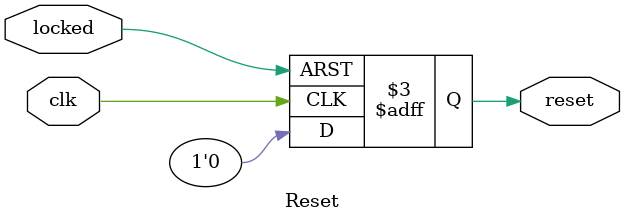
<source format=v>
`timescale 1ns / 1ps

module Reset(
    input wire clk,
    input wire locked,
    output reg reset
    );
    
always@(posedge clk or negedge locked) begin
    if(locked == 0) reset <= 1;
    else reset <= 0;
    end
endmodule

</source>
